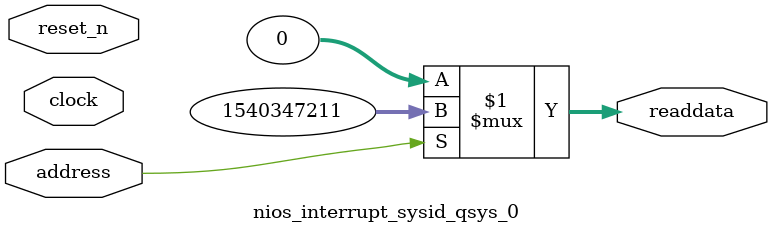
<source format=v>



// synthesis translate_off
`timescale 1ns / 1ps
// synthesis translate_on

// turn off superfluous verilog processor warnings 
// altera message_level Level1 
// altera message_off 10034 10035 10036 10037 10230 10240 10030 

module nios_interrupt_sysid_qsys_0 (
               // inputs:
                address,
                clock,
                reset_n,

               // outputs:
                readdata
             )
;

  output  [ 31: 0] readdata;
  input            address;
  input            clock;
  input            reset_n;

  wire    [ 31: 0] readdata;
  //control_slave, which is an e_avalon_slave
  assign readdata = address ? 1540347211 : 0;

endmodule



</source>
